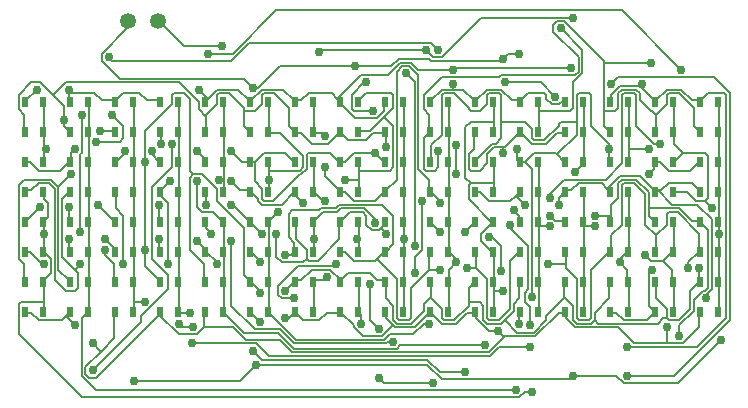
<source format=gbr>
G04 EAGLE Gerber RS-274X export*
G75*
%MOMM*%
%FSLAX34Y34*%
%LPD*%
%INBottom Copper*%
%IPPOS*%
%AMOC8*
5,1,8,0,0,1.08239X$1,22.5*%
G01*
G04 Define Apertures*
%ADD10R,0.611800X0.911800*%
%ADD11C,1.348000*%
%ADD12C,0.152400*%
%ADD13C,0.756400*%
D10*
X947300Y393700D03*
X932300Y393700D03*
X566300Y266700D03*
X551300Y266700D03*
X528200Y266700D03*
X513200Y266700D03*
X490100Y266700D03*
X475100Y266700D03*
X1061600Y241300D03*
X1046600Y241300D03*
X1023500Y241300D03*
X1008500Y241300D03*
X985400Y241300D03*
X970400Y241300D03*
X947300Y241300D03*
X932300Y241300D03*
X909200Y241300D03*
X894200Y241300D03*
X871100Y241300D03*
X856100Y241300D03*
X833000Y241300D03*
X818000Y241300D03*
X909200Y393700D03*
X894200Y393700D03*
X794900Y241300D03*
X779900Y241300D03*
X756800Y241300D03*
X741800Y241300D03*
X718700Y241300D03*
X703700Y241300D03*
X680600Y241300D03*
X665600Y241300D03*
X642500Y241300D03*
X627500Y241300D03*
X604400Y241300D03*
X589400Y241300D03*
X566300Y241300D03*
X551300Y241300D03*
X528200Y241300D03*
X513200Y241300D03*
X490100Y241300D03*
X475100Y241300D03*
X1061600Y215900D03*
X1046600Y215900D03*
X871100Y393700D03*
X856100Y393700D03*
X1023500Y215900D03*
X1008500Y215900D03*
X985400Y215900D03*
X970400Y215900D03*
X947300Y215900D03*
X932300Y215900D03*
X909200Y215900D03*
X894200Y215900D03*
X871100Y215900D03*
X856100Y215900D03*
X833000Y215900D03*
X818000Y215900D03*
X794900Y215900D03*
X779900Y215900D03*
X756800Y215900D03*
X741800Y215900D03*
X718700Y215900D03*
X703700Y215900D03*
X680600Y215900D03*
X665600Y215900D03*
X833000Y393700D03*
X818000Y393700D03*
X642500Y215900D03*
X627500Y215900D03*
X604400Y215900D03*
X589400Y215900D03*
X566300Y215900D03*
X551300Y215900D03*
X528200Y215900D03*
X513200Y215900D03*
X490100Y215900D03*
X475100Y215900D03*
X794900Y393700D03*
X779900Y393700D03*
X756800Y393700D03*
X741800Y393700D03*
X718700Y393700D03*
X703700Y393700D03*
X680600Y393700D03*
X665600Y393700D03*
X642500Y393700D03*
X627500Y393700D03*
X604400Y393700D03*
X589400Y393700D03*
X566300Y393700D03*
X551300Y393700D03*
X528200Y393700D03*
X513200Y393700D03*
X490100Y393700D03*
X475100Y393700D03*
X1061600Y368300D03*
X1046600Y368300D03*
X1023500Y368300D03*
X1008500Y368300D03*
X985400Y368300D03*
X970400Y368300D03*
X947300Y368300D03*
X932300Y368300D03*
X909200Y368300D03*
X894200Y368300D03*
X871100Y368300D03*
X856100Y368300D03*
X833000Y368300D03*
X818000Y368300D03*
X1061600Y393700D03*
X1046600Y393700D03*
X794900Y368300D03*
X779900Y368300D03*
X756800Y368300D03*
X741800Y368300D03*
X718700Y368300D03*
X703700Y368300D03*
X680600Y368300D03*
X665600Y368300D03*
X642500Y368300D03*
X627500Y368300D03*
X604400Y368300D03*
X589400Y368300D03*
X566300Y368300D03*
X551300Y368300D03*
X528200Y368300D03*
X513200Y368300D03*
X490100Y368300D03*
X475100Y368300D03*
X1061600Y342900D03*
X1046600Y342900D03*
X1023500Y342900D03*
X1008500Y342900D03*
X985400Y342900D03*
X970400Y342900D03*
X947300Y342900D03*
X932300Y342900D03*
X909200Y342900D03*
X894200Y342900D03*
X871100Y342900D03*
X856100Y342900D03*
X833000Y342900D03*
X818000Y342900D03*
X794900Y342900D03*
X779900Y342900D03*
X756800Y342900D03*
X741800Y342900D03*
X718700Y342900D03*
X703700Y342900D03*
X680600Y342900D03*
X665600Y342900D03*
X642500Y342900D03*
X627500Y342900D03*
X604400Y342900D03*
X589400Y342900D03*
X566300Y342900D03*
X551300Y342900D03*
X528200Y342900D03*
X513200Y342900D03*
X490100Y342900D03*
X475100Y342900D03*
X1061600Y317500D03*
X1046600Y317500D03*
X1023500Y317500D03*
X1008500Y317500D03*
X985400Y317500D03*
X970400Y317500D03*
X947300Y317500D03*
X932300Y317500D03*
X909200Y317500D03*
X894200Y317500D03*
X871100Y317500D03*
X856100Y317500D03*
X833000Y317500D03*
X818000Y317500D03*
X794900Y317500D03*
X779900Y317500D03*
X756800Y317500D03*
X741800Y317500D03*
X718700Y317500D03*
X703700Y317500D03*
X680600Y317500D03*
X665600Y317500D03*
X642500Y317500D03*
X627500Y317500D03*
X604400Y317500D03*
X589400Y317500D03*
X566300Y317500D03*
X551300Y317500D03*
X528200Y317500D03*
X513200Y317500D03*
X490100Y317500D03*
X475100Y317500D03*
X1061600Y292100D03*
X1046600Y292100D03*
X1023500Y292100D03*
X1008500Y292100D03*
X985400Y292100D03*
X970400Y292100D03*
X947300Y292100D03*
X932300Y292100D03*
X909200Y292100D03*
X894200Y292100D03*
X871100Y292100D03*
X856100Y292100D03*
X833000Y292100D03*
X818000Y292100D03*
X794900Y292100D03*
X779900Y292100D03*
X756800Y292100D03*
X741800Y292100D03*
X1023500Y393700D03*
X1008500Y393700D03*
X718700Y292100D03*
X703700Y292100D03*
X680600Y292100D03*
X665600Y292100D03*
X642500Y292100D03*
X627500Y292100D03*
X604400Y292100D03*
X589400Y292100D03*
X566300Y292100D03*
X551300Y292100D03*
X528200Y292100D03*
X513200Y292100D03*
X490100Y292100D03*
X475100Y292100D03*
X1061600Y266700D03*
X1046600Y266700D03*
X1023500Y266700D03*
X1008500Y266700D03*
X985400Y266700D03*
X970400Y266700D03*
X985400Y393700D03*
X970400Y393700D03*
X947300Y266700D03*
X932300Y266700D03*
X909200Y266700D03*
X894200Y266700D03*
X871100Y266700D03*
X856100Y266700D03*
X833000Y266700D03*
X818000Y266700D03*
X794900Y266700D03*
X779900Y266700D03*
X756800Y266700D03*
X741800Y266700D03*
X718700Y266700D03*
X703700Y266700D03*
X680600Y266700D03*
X665600Y266700D03*
X642500Y266700D03*
X627500Y266700D03*
X604400Y266700D03*
X589400Y266700D03*
D11*
X586900Y461900D03*
X561900Y461900D03*
D12*
X804672Y262128D02*
X804672Y248412D01*
X804672Y262128D02*
X810768Y268224D01*
X810768Y309372D01*
X883920Y434340D02*
X893064Y434340D01*
X883920Y434340D02*
X879348Y429768D01*
X784860Y423672D02*
X754380Y423672D01*
X784860Y423672D02*
X790956Y429768D01*
X816864Y429768D01*
X818388Y428244D01*
X877824Y428244D01*
X879348Y429768D01*
X672084Y405384D02*
X667512Y405384D01*
X672084Y405384D02*
X690372Y423672D01*
X754380Y423672D01*
X560832Y455676D02*
X560832Y461772D01*
X560832Y455676D02*
X539496Y434340D01*
X539496Y428244D01*
X554736Y413004D01*
X659892Y413004D01*
X667512Y405384D01*
X561900Y461900D02*
X560832Y461772D01*
X839724Y356616D02*
X839724Y332232D01*
X938784Y161544D02*
X975360Y161544D01*
X981456Y155448D01*
X1027176Y155448D01*
X1063752Y192024D01*
X815340Y170688D02*
X670560Y170688D01*
X815340Y170688D02*
X827532Y158496D01*
X935736Y158496D01*
X938784Y161544D01*
X656844Y156972D02*
X566928Y156972D01*
X656844Y156972D02*
X670560Y170688D01*
D13*
X804672Y248412D03*
X810768Y309372D03*
X893064Y434340D03*
X879348Y429768D03*
X754380Y423672D03*
X667512Y405384D03*
X839724Y332232D03*
X839724Y356616D03*
X938784Y161544D03*
X1063752Y192024D03*
X670560Y170688D03*
X566928Y156972D03*
D12*
X804672Y271272D02*
X804672Y409956D01*
X797052Y417576D01*
D13*
X804672Y271272D03*
X797052Y417576D03*
D12*
X818388Y443484D02*
X824484Y437388D01*
X818388Y443484D02*
X664464Y443484D01*
X649224Y428244D01*
X548640Y428244D01*
X545592Y431292D01*
D13*
X824484Y437388D03*
X545592Y431292D03*
D12*
X781812Y190500D02*
X786384Y190500D01*
X781812Y190500D02*
X780288Y188976D01*
X702564Y188976D01*
X690372Y201168D01*
X669036Y201168D01*
X649224Y220980D01*
X649224Y275844D01*
X521208Y283464D02*
X521208Y348996D01*
X522732Y350520D01*
X522732Y382524D01*
D13*
X786384Y190500D03*
X649224Y275844D03*
X521208Y283464D03*
X522732Y382524D03*
D12*
X725424Y437388D02*
X813816Y437388D01*
X725424Y437388D02*
X723900Y435864D01*
X861060Y464820D02*
X938784Y464820D01*
X861060Y464820D02*
X827532Y431292D01*
X819912Y431292D01*
X813816Y437388D01*
D13*
X813816Y437388D03*
X723900Y435864D03*
X938784Y464820D03*
D12*
X702564Y227076D02*
X691896Y227076D01*
X688848Y230124D01*
X688848Y237744D01*
X705612Y254508D01*
X736092Y254508D01*
X737616Y256032D01*
X641604Y440436D02*
X609600Y440436D01*
X588264Y461772D01*
X586900Y461900D01*
D13*
X702564Y227076D03*
X737616Y256032D03*
X641604Y440436D03*
D12*
X617220Y202692D02*
X608076Y202692D01*
X605028Y205740D01*
D13*
X617220Y202692D03*
X605028Y205740D03*
D12*
X598932Y338328D02*
X598932Y358140D01*
X598932Y338328D02*
X582168Y321564D01*
X582168Y260604D01*
X595884Y246888D01*
X595884Y234696D01*
X573024Y211836D01*
X573024Y207264D01*
X531876Y166116D01*
D13*
X598932Y358140D03*
X531876Y166116D03*
D12*
X984504Y161544D02*
X1024128Y161544D01*
X1071372Y208788D01*
X1071372Y400812D01*
X1057656Y414528D01*
X976884Y414528D01*
X970788Y408432D01*
X769620Y385572D02*
X752856Y385572D01*
X751332Y387096D01*
X751332Y399288D01*
X762000Y409956D01*
X763524Y409956D01*
D13*
X984504Y161544D03*
X970788Y408432D03*
X769620Y385572D03*
X763524Y409956D03*
D12*
X880872Y409956D02*
X911352Y409956D01*
X923544Y397764D01*
D13*
X880872Y409956D03*
X923544Y397764D03*
D12*
X1007364Y358140D02*
X1011936Y358140D01*
X1007364Y358140D02*
X992124Y373380D01*
X992124Y399288D01*
X990600Y400812D01*
X981456Y400812D01*
X979932Y399288D01*
X979932Y341376D01*
X966216Y327660D01*
X931164Y327660D01*
X918972Y315468D01*
X918972Y312420D01*
D13*
X1011936Y358140D03*
X918972Y312420D03*
D12*
X650748Y434340D02*
X629412Y434340D01*
X650748Y434340D02*
X687324Y470916D01*
X979932Y470916D01*
X1030224Y420624D01*
D13*
X629412Y434340D03*
X1030224Y420624D03*
D12*
X557784Y373380D02*
X548640Y382524D01*
X557784Y373380D02*
X557784Y362712D01*
X554736Y359664D01*
X534924Y359664D01*
D13*
X548640Y382524D03*
X534924Y359664D03*
D12*
X970788Y394716D02*
X970788Y399288D01*
X978408Y406908D01*
X995172Y406908D01*
X1007364Y394716D01*
X970788Y394716D02*
X970400Y393700D01*
X1007364Y394716D02*
X1008500Y393700D01*
X1039368Y394716D02*
X1045464Y394716D01*
X1039368Y394716D02*
X1030224Y403860D01*
X1018032Y403860D01*
X1008888Y394716D01*
X1045464Y394716D02*
X1046600Y393700D01*
X1008888Y394716D02*
X1008500Y393700D01*
X984504Y185928D02*
X1043940Y185928D01*
X1068324Y210312D01*
X1068324Y399288D01*
X1066800Y400812D01*
X1053084Y400812D01*
X1046988Y394716D01*
X1046600Y393700D01*
X484632Y403860D02*
X475488Y394716D01*
X512064Y394716D02*
X512064Y400812D01*
X475488Y394716D02*
X475100Y393700D01*
X512064Y394716D02*
X513200Y393700D01*
X539496Y394716D02*
X550164Y394716D01*
X539496Y394716D02*
X533400Y400812D01*
X512064Y400812D01*
X550164Y394716D02*
X551300Y393700D01*
X512064Y400812D02*
X512064Y403860D01*
X577596Y394716D02*
X588264Y394716D01*
X577596Y394716D02*
X571500Y400812D01*
X557784Y400812D01*
X551688Y394716D01*
X588264Y394716D02*
X589400Y393700D01*
X551688Y394716D02*
X551300Y393700D01*
X818388Y394716D02*
X827532Y403860D01*
X836676Y403860D02*
X845820Y403860D01*
X836676Y403860D02*
X827532Y403860D01*
X845820Y403860D02*
X854964Y394716D01*
X818388Y394716D02*
X818000Y393700D01*
X854964Y394716D02*
X856100Y393700D01*
X886968Y394716D02*
X893064Y394716D01*
X886968Y394716D02*
X877824Y403860D01*
X865632Y403860D01*
X856488Y394716D01*
X893064Y394716D02*
X894200Y393700D01*
X856488Y394716D02*
X856100Y393700D01*
X928116Y393192D02*
X931164Y393192D01*
X928116Y393192D02*
X926592Y391668D01*
X920496Y391668D01*
X915924Y396240D01*
X915924Y399288D01*
X914400Y400812D01*
X900684Y400812D01*
X894588Y394716D01*
X931164Y393192D02*
X932300Y393700D01*
X894588Y394716D02*
X894200Y393700D01*
X637032Y403860D02*
X629412Y396240D01*
X627888Y394716D01*
X637032Y403860D02*
X655320Y403860D01*
X664464Y394716D01*
X627888Y394716D02*
X627500Y393700D01*
X664464Y394716D02*
X665600Y393700D01*
X704088Y394716D02*
X708660Y394716D01*
X714756Y400812D01*
X734568Y400812D01*
X739140Y396240D02*
X740664Y394716D01*
X739140Y396240D02*
X734568Y400812D01*
X704088Y394716D02*
X703700Y393700D01*
X740664Y394716D02*
X741800Y393700D01*
X778764Y393192D02*
X778764Y385572D01*
X772668Y379476D01*
X754380Y379476D01*
X740664Y393192D01*
X778764Y393192D02*
X779900Y393700D01*
X741800Y393700D02*
X740664Y393192D01*
X675132Y403860D02*
X665988Y394716D01*
X675132Y403860D02*
X693420Y403860D01*
X702564Y394716D01*
X665988Y394716D02*
X665600Y393700D01*
X702564Y394716D02*
X703700Y393700D01*
X836676Y403860D02*
X836676Y408432D01*
X836676Y420624D02*
X807720Y420624D01*
X801624Y426720D01*
X792480Y426720D01*
X781812Y416052D01*
X758952Y416052D01*
X739140Y396240D01*
X741800Y393700D01*
X629412Y396240D02*
X621792Y403860D01*
X629412Y396240D02*
X627500Y393700D01*
X995172Y406908D02*
X996696Y408432D01*
X937260Y422148D02*
X838200Y422148D01*
X836676Y420624D01*
D13*
X984504Y185928D03*
X484632Y403860D03*
X512064Y403860D03*
X836676Y408432D03*
X836676Y420624D03*
X621792Y403860D03*
X996696Y408432D03*
X937260Y422148D03*
D12*
X473964Y382524D02*
X473964Y368808D01*
X473964Y382524D02*
X469392Y387096D01*
X469392Y399288D01*
X480060Y409956D01*
X487680Y409956D01*
X498348Y399288D02*
X507492Y390144D01*
X498348Y399288D02*
X487680Y409956D01*
X507492Y377952D02*
X507492Y373380D01*
X507492Y377952D02*
X507492Y390144D01*
X507492Y373380D02*
X512064Y368808D01*
X475100Y368300D02*
X473964Y368808D01*
X512064Y368808D02*
X513200Y368300D01*
X537972Y368808D02*
X550164Y368808D01*
X551300Y368300D01*
X589788Y367284D02*
X589788Y358140D01*
X589788Y367284D02*
X589400Y368300D01*
X854964Y367284D02*
X854964Y353568D01*
X850392Y348996D01*
X850392Y336804D01*
X851916Y335280D01*
X859536Y335280D01*
X865632Y341376D01*
X865632Y348996D01*
X871728Y355092D01*
X879348Y355092D02*
X880872Y355092D01*
X879348Y355092D02*
X871728Y355092D01*
X880872Y355092D02*
X893064Y367284D01*
X856100Y368300D02*
X854964Y367284D01*
X893064Y367284D02*
X894200Y368300D01*
X925068Y367284D02*
X931164Y367284D01*
X925068Y367284D02*
X915924Y358140D01*
X903732Y358140D01*
X894588Y367284D01*
X931164Y367284D02*
X932300Y368300D01*
X894588Y367284D02*
X894200Y368300D01*
X627888Y381000D02*
X627888Y382524D01*
X627888Y381000D02*
X627888Y368808D01*
X627888Y382524D02*
X637032Y391668D01*
X637032Y399288D01*
X638556Y400812D01*
X647700Y400812D01*
X659892Y388620D01*
X659892Y385572D02*
X659892Y373380D01*
X659892Y385572D02*
X659892Y388620D01*
X659892Y373380D02*
X664464Y368808D01*
X627888Y368808D02*
X627500Y368300D01*
X664464Y368808D02*
X665600Y368300D01*
X704088Y367284D02*
X708660Y367284D01*
X717804Y358140D01*
X731520Y358140D01*
X740664Y367284D01*
X704088Y367284D02*
X703700Y368300D01*
X740664Y367284D02*
X741800Y368300D01*
X769620Y367284D02*
X778764Y367284D01*
X769620Y367284D02*
X763524Y361188D01*
X748284Y361188D01*
X742188Y367284D01*
X778764Y367284D02*
X779900Y368300D01*
X742188Y367284D02*
X741800Y368300D01*
X669036Y385572D02*
X659892Y385572D01*
X669036Y385572D02*
X675132Y391668D01*
X675132Y399288D01*
X676656Y400812D01*
X685800Y400812D01*
X697992Y388620D01*
X697992Y373380D01*
X702564Y368808D01*
X703700Y368300D01*
X879348Y355092D02*
X879348Y350520D01*
X780288Y355092D02*
X780288Y367284D01*
X779900Y368300D01*
X509016Y409956D02*
X498348Y399288D01*
X509016Y409956D02*
X605028Y409956D01*
X621792Y393192D01*
X621792Y387096D01*
X627888Y381000D01*
X1008888Y382524D02*
X1008888Y368808D01*
X1008888Y382524D02*
X1018032Y391668D01*
X1018032Y399288D01*
X1019556Y400812D01*
X1028700Y400812D01*
X1040892Y388620D01*
X1040892Y373380D01*
X1045464Y368808D01*
X1008888Y368808D02*
X1008500Y368300D01*
X1045464Y368808D02*
X1046600Y368300D01*
X816864Y368808D02*
X816864Y382524D01*
X812292Y387096D01*
X812292Y399288D01*
X827532Y414528D01*
X876300Y414528D01*
X877824Y416052D01*
X940308Y416052D01*
X943356Y419100D01*
X943356Y431292D01*
X922020Y452628D01*
X922020Y458724D01*
X925068Y461772D01*
X931164Y461772D01*
X964692Y428244D01*
X964692Y385572D02*
X964692Y373380D01*
X964692Y385572D02*
X964692Y426720D01*
X964692Y428244D01*
X964692Y373380D02*
X969264Y368808D01*
X818000Y368300D02*
X816864Y368808D01*
X969264Y368808D02*
X970400Y368300D01*
X964692Y426720D02*
X1004316Y426720D01*
X1005840Y385572D02*
X1008888Y382524D01*
X1005840Y385572D02*
X1004316Y385572D01*
X995172Y394716D01*
X995172Y400812D01*
X992124Y403860D01*
X979932Y403860D01*
X976884Y400812D01*
X976884Y388620D01*
X973836Y385572D01*
X964692Y385572D01*
X824484Y352044D02*
X824484Y338328D01*
X821436Y335280D01*
X813816Y335280D01*
X812292Y336804D01*
X812292Y362712D01*
X816864Y367284D01*
X818000Y368300D01*
D13*
X537972Y368808D03*
X507492Y377952D03*
X589788Y358140D03*
X879348Y350520D03*
X780288Y355092D03*
X1004316Y426720D03*
X824484Y352044D03*
D12*
X669036Y342900D02*
X665600Y342900D01*
X669036Y342900D02*
X676656Y350520D01*
X694944Y350520D01*
X702564Y342900D01*
X703700Y342900D01*
X741800Y342900D02*
X745236Y342900D01*
X752856Y350520D01*
X771144Y350520D01*
X778764Y342900D01*
X779900Y342900D01*
X669036Y342900D02*
X669036Y326136D01*
X675132Y320040D01*
X675132Y310896D01*
X676656Y309372D01*
X684276Y309372D01*
X707136Y332232D01*
X708660Y332232D01*
X713232Y336804D01*
X713232Y348996D01*
X714756Y350520D01*
X733044Y350520D01*
X740664Y342900D01*
X741800Y342900D01*
X478536Y342900D02*
X475100Y342900D01*
X478536Y342900D02*
X486156Y335280D01*
X504444Y335280D01*
X512064Y342900D01*
X513200Y342900D01*
X551688Y342900D02*
X559308Y350520D01*
X559308Y352044D01*
X582168Y352044D02*
X582168Y348996D01*
X588264Y342900D01*
X551688Y342900D02*
X551300Y342900D01*
X588264Y342900D02*
X589400Y342900D01*
X626364Y342900D02*
X626364Y345948D01*
X620268Y352044D01*
X626364Y342900D02*
X627500Y342900D01*
X513588Y342900D02*
X513588Y350520D01*
X516636Y353568D01*
X513588Y342900D02*
X513200Y342900D01*
X658368Y342900D02*
X665600Y342900D01*
X658368Y342900D02*
X649224Y352044D01*
X818388Y356616D02*
X818388Y342900D01*
X818388Y356616D02*
X827532Y365760D01*
X827532Y399288D01*
X829056Y400812D01*
X838200Y400812D01*
X850392Y388620D01*
X850392Y387096D01*
X851916Y385572D01*
X859536Y385572D01*
X865632Y391668D01*
X865632Y399288D01*
X867156Y400812D01*
X876300Y400812D01*
X877824Y399288D01*
X877824Y376428D02*
X877824Y362712D01*
X877824Y376428D02*
X877824Y399288D01*
X877824Y362712D02*
X873252Y358140D01*
X870204Y358140D01*
X854964Y342900D01*
X818388Y342900D02*
X818000Y342900D01*
X854964Y342900D02*
X856100Y342900D01*
X1008500Y342900D02*
X1011936Y342900D01*
X1019556Y335280D01*
X1037844Y335280D01*
X1045464Y342900D01*
X1046600Y342900D01*
X897636Y342900D02*
X894200Y342900D01*
X897636Y342900D02*
X905256Y350520D01*
X923544Y350520D01*
X925068Y348996D02*
X931164Y342900D01*
X925068Y348996D02*
X923544Y350520D01*
X931164Y342900D02*
X932300Y342900D01*
X969264Y353568D02*
X969264Y358140D01*
X969264Y353568D02*
X969264Y342900D01*
X969264Y358140D02*
X954024Y373380D01*
X954024Y399288D01*
X952500Y400812D01*
X943356Y400812D01*
X941832Y399288D01*
X941832Y376428D02*
X941832Y365760D01*
X941832Y376428D02*
X941832Y399288D01*
X941832Y365760D02*
X925068Y348996D01*
X969264Y342900D02*
X970400Y342900D01*
X903732Y336804D02*
X903732Y228600D01*
X903732Y336804D02*
X897636Y342900D01*
X1007364Y342900D02*
X1007364Y336804D01*
X1002792Y332232D01*
X1007364Y342900D02*
X1008500Y342900D01*
X897636Y376428D02*
X877824Y376428D01*
X897636Y376428D02*
X903732Y370332D01*
X903732Y362712D01*
X905256Y361188D01*
X914400Y361188D01*
X926592Y373380D01*
X926592Y374904D01*
X928116Y376428D01*
X941832Y376428D01*
X891540Y353568D02*
X891540Y344424D01*
X893064Y342900D01*
X894200Y342900D01*
D13*
X559308Y352044D03*
X582168Y352044D03*
X620268Y352044D03*
X516636Y353568D03*
X649224Y352044D03*
X903732Y228600D03*
X1002792Y332232D03*
X969264Y353568D03*
X771144Y350520D03*
X891540Y353568D03*
D12*
X672084Y310896D02*
X665988Y316992D01*
X672084Y310896D02*
X672084Y309372D01*
X675132Y306324D01*
X691896Y306324D01*
X702564Y316992D01*
X665988Y316992D02*
X665600Y317500D01*
X702564Y316992D02*
X703700Y317500D01*
X480060Y318516D02*
X475488Y318516D01*
X480060Y318516D02*
X486156Y324612D01*
X495300Y324612D01*
X499872Y320040D01*
X499872Y242316D01*
X509016Y233172D01*
X516636Y233172D01*
X519684Y236220D01*
X519684Y248412D01*
X516636Y251460D02*
X505968Y262128D01*
X516636Y251460D02*
X519684Y248412D01*
X505968Y262128D02*
X505968Y310896D01*
X512064Y316992D01*
X475488Y318516D02*
X475100Y317500D01*
X512064Y316992D02*
X513200Y317500D01*
X551688Y316992D02*
X551688Y303276D01*
X557784Y297180D01*
X557784Y256032D01*
X521208Y256032D02*
X516636Y251460D01*
X551688Y316992D02*
X551300Y317500D01*
X589788Y316992D02*
X589788Y313944D01*
X595884Y307848D01*
X595884Y256032D01*
X589788Y316992D02*
X589400Y317500D01*
X627888Y316992D02*
X627888Y306324D01*
X597408Y326136D02*
X589788Y318516D01*
X627500Y317500D02*
X627888Y316992D01*
X589788Y318516D02*
X589400Y317500D01*
X656844Y318516D02*
X664464Y318516D01*
X656844Y318516D02*
X649224Y326136D01*
X664464Y318516D02*
X665600Y317500D01*
X742188Y316992D02*
X745236Y316992D01*
X752856Y309372D01*
X771144Y309372D01*
X778764Y316992D01*
X742188Y316992D02*
X741800Y317500D01*
X778764Y316992D02*
X779900Y317500D01*
X816864Y318516D02*
X816864Y327660D01*
X807720Y336804D01*
X807720Y416052D01*
X800100Y423672D01*
X794004Y423672D01*
X789432Y419100D01*
X789432Y327660D01*
X780288Y318516D01*
X816864Y318516D02*
X818000Y317500D01*
X780288Y318516D02*
X779900Y317500D01*
X856488Y316992D02*
X859536Y316992D01*
X867156Y309372D01*
X885444Y309372D01*
X890016Y313944D02*
X893064Y316992D01*
X890016Y313944D02*
X885444Y309372D01*
X856488Y316992D02*
X856100Y317500D01*
X893064Y316992D02*
X894200Y317500D01*
X932688Y318516D02*
X937260Y318516D01*
X943356Y324612D01*
X963168Y324612D01*
X967740Y320040D02*
X969264Y318516D01*
X967740Y320040D02*
X963168Y324612D01*
X932688Y318516D02*
X932300Y317500D01*
X969264Y318516D02*
X970400Y317500D01*
X1010412Y318516D02*
X1013460Y318516D01*
X1010412Y318516D02*
X1008888Y318516D01*
X1013460Y318516D02*
X1019556Y324612D01*
X1039368Y324612D01*
X1045464Y318516D01*
X1008888Y318516D02*
X1008500Y317500D01*
X1045464Y318516D02*
X1046600Y317500D01*
X1051560Y230124D02*
X1051560Y227076D01*
X1051560Y230124D02*
X1056132Y234696D01*
X1056132Y294132D01*
X1043940Y306324D01*
X1022604Y306324D01*
X1010412Y318516D01*
X1008500Y317500D01*
X978408Y330708D02*
X967740Y320040D01*
X978408Y330708D02*
X995172Y330708D01*
X1007364Y318516D01*
X970400Y317500D02*
X967740Y320040D01*
X1007364Y318516D02*
X1008500Y317500D01*
X897636Y306324D02*
X890016Y313944D01*
X926592Y312420D02*
X926592Y306324D01*
X926592Y312420D02*
X931164Y316992D01*
X932300Y317500D01*
X826008Y309372D02*
X818388Y316992D01*
X826008Y309372D02*
X826008Y307848D01*
X818388Y316992D02*
X818000Y317500D01*
X704088Y316992D02*
X704088Y313944D01*
X710184Y307848D01*
X728472Y330708D02*
X728472Y338328D01*
X728472Y330708D02*
X740664Y318516D01*
X704088Y316992D02*
X703700Y317500D01*
X740664Y318516D02*
X741800Y317500D01*
D13*
X557784Y256032D03*
X521208Y256032D03*
X595884Y256032D03*
X627888Y306324D03*
X597408Y326136D03*
X649224Y326136D03*
X1051560Y227076D03*
X897636Y306324D03*
X926592Y306324D03*
X826008Y307848D03*
X710184Y307848D03*
X728472Y338328D03*
D12*
X487680Y304800D02*
X475488Y292608D01*
X512064Y292608D02*
X512064Y304800D01*
X475488Y292608D02*
X475100Y292100D01*
X512064Y292608D02*
X513200Y292100D01*
X536448Y306324D02*
X550164Y292608D01*
X551300Y292100D01*
X588264Y292608D02*
X588264Y306324D01*
X588264Y292608D02*
X589400Y292100D01*
X627888Y291084D02*
X627888Y286512D01*
X632460Y281940D01*
X627888Y291084D02*
X627500Y292100D01*
X650748Y306324D02*
X664464Y292608D01*
X650748Y306324D02*
X649224Y306324D01*
X664464Y292608D02*
X665600Y292100D01*
X970788Y297180D02*
X970788Y306324D01*
X970788Y297180D02*
X970788Y292608D01*
X970788Y306324D02*
X976884Y312420D01*
X976884Y324612D01*
X979932Y327660D01*
X992124Y327660D01*
X1002792Y316992D01*
X1002792Y303276D02*
X1002792Y297180D01*
X1002792Y303276D02*
X1002792Y316992D01*
X1002792Y297180D02*
X1007364Y292608D01*
X970788Y292608D02*
X970400Y292100D01*
X1007364Y292608D02*
X1008500Y292100D01*
X1039368Y292608D02*
X1045464Y292608D01*
X1039368Y292608D02*
X1028700Y303276D01*
X1002792Y303276D01*
X1045464Y292608D02*
X1046600Y292100D01*
X1028700Y204216D02*
X1028700Y195072D01*
X1028700Y204216D02*
X1040892Y216408D01*
X1040892Y225552D01*
X1048512Y233172D01*
X1050036Y233172D01*
X1053084Y236220D01*
X1053084Y284988D01*
X1046988Y291084D01*
X1046600Y292100D01*
X704088Y291084D02*
X704088Y277368D01*
X713232Y268224D01*
X713232Y260604D01*
X714756Y259080D01*
X722376Y259080D01*
X740664Y277368D01*
X740664Y291084D01*
X704088Y291084D02*
X703700Y292100D01*
X740664Y291084D02*
X741800Y292100D01*
X778764Y291084D02*
X778764Y289560D01*
X775716Y286512D02*
X774192Y284988D01*
X775716Y286512D02*
X778764Y289560D01*
X774192Y284988D02*
X768096Y284988D01*
X763524Y289560D01*
X763524Y297180D01*
X760476Y300228D01*
X749808Y300228D01*
X742188Y292608D01*
X778764Y291084D02*
X779900Y292100D01*
X742188Y292608D02*
X741800Y292100D01*
X818388Y291084D02*
X826008Y283464D01*
X847344Y283464D02*
X854964Y291084D01*
X818388Y291084D02*
X818000Y292100D01*
X854964Y291084D02*
X856100Y292100D01*
X893064Y292608D02*
X893064Y297180D01*
X888492Y301752D01*
X893064Y292608D02*
X894200Y292100D01*
X923544Y292608D02*
X931164Y292608D01*
X923544Y292608D02*
X918972Y297180D01*
X931164Y292608D02*
X932300Y292100D01*
X780288Y281940D02*
X775716Y286512D01*
X957072Y297180D02*
X970788Y297180D01*
X675132Y281940D02*
X665988Y291084D01*
X687324Y281940D02*
X687324Y262128D01*
X691896Y257556D01*
X710184Y257556D01*
X713232Y260604D01*
X665988Y291084D02*
X665600Y292100D01*
D13*
X487680Y304800D03*
X512064Y304800D03*
X536448Y306324D03*
X588264Y306324D03*
X632460Y281940D03*
X649224Y306324D03*
X1028700Y195072D03*
X826008Y283464D03*
X847344Y283464D03*
X888492Y301752D03*
X918972Y297180D03*
X780288Y281940D03*
X957072Y297180D03*
X675132Y281940D03*
X687324Y281940D03*
D12*
X932688Y256032D02*
X932688Y252984D01*
X932688Y256032D02*
X932688Y266700D01*
X932688Y252984D02*
X941832Y243840D01*
X941832Y210312D01*
X943356Y208788D01*
X952500Y208788D01*
X954024Y210312D01*
X954024Y251460D01*
X969264Y266700D01*
X932688Y266700D02*
X932300Y266700D01*
X969264Y266700D02*
X970400Y266700D01*
X1008888Y266700D02*
X1008888Y280416D01*
X1018032Y289560D01*
X1018032Y298704D01*
X1019556Y300228D01*
X1027176Y300228D01*
X1045464Y281940D01*
X1045464Y266700D01*
X1008888Y266700D02*
X1008500Y266700D01*
X1036320Y257556D02*
X1036320Y252984D01*
X1036320Y257556D02*
X1045464Y266700D01*
X1046600Y266700D01*
X970788Y266700D02*
X970788Y280416D01*
X979932Y289560D01*
X979932Y323088D01*
X981456Y324612D01*
X990600Y324612D01*
X999744Y315468D01*
X999744Y289560D01*
X1008888Y280416D01*
X970788Y266700D02*
X970400Y266700D01*
X478536Y266700D02*
X475100Y266700D01*
X478536Y266700D02*
X489204Y256032D01*
X490728Y256032D01*
X512064Y266700D02*
X512064Y277368D01*
X512064Y266700D02*
X513200Y266700D01*
X550164Y266700D02*
X550164Y269748D01*
X542544Y277368D01*
X550164Y266700D02*
X551300Y266700D01*
X588264Y266700D02*
X588264Y277368D01*
X588264Y266700D02*
X589400Y266700D01*
X626364Y266700D02*
X626364Y269748D01*
X620268Y275844D01*
X626364Y266700D02*
X627500Y266700D01*
X856488Y266700D02*
X856488Y252984D01*
X865632Y243840D01*
X865632Y210312D01*
X867156Y208788D01*
X876300Y208788D01*
X885444Y217932D01*
X885444Y259080D01*
X893064Y266700D01*
X856488Y266700D02*
X856100Y266700D01*
X893064Y266700D02*
X894200Y266700D01*
X673608Y259080D02*
X665988Y266700D01*
X673608Y259080D02*
X673608Y257556D01*
X694944Y263652D02*
X699516Y263652D01*
X702564Y266700D01*
X665988Y266700D02*
X665600Y266700D01*
X741800Y266700D02*
X745236Y266700D01*
X752856Y259080D01*
X771144Y259080D01*
X772668Y260604D02*
X778764Y266700D01*
X772668Y260604D02*
X771144Y259080D01*
X778764Y266700D02*
X779900Y266700D01*
X816864Y266700D02*
X816864Y251460D01*
X801624Y236220D01*
X801624Y210312D01*
X800100Y208788D01*
X790956Y208788D01*
X789432Y210312D01*
X789432Y243840D01*
X772668Y260604D01*
X816864Y266700D02*
X818000Y266700D01*
X702564Y266700D02*
X702564Y274320D01*
X697992Y278892D01*
X697992Y298704D01*
X701040Y301752D01*
X723900Y301752D01*
X725424Y303276D01*
X737616Y303276D01*
X740664Y306324D01*
X777240Y306324D01*
X786384Y297180D01*
X786384Y272796D01*
X780288Y266700D01*
X703700Y266700D02*
X702564Y266700D01*
X779900Y266700D02*
X780288Y266700D01*
X848868Y252984D02*
X856488Y252984D01*
X826008Y251460D02*
X816864Y251460D01*
X637032Y257556D02*
X627888Y266700D01*
X637032Y257556D02*
X637032Y256032D01*
X627888Y266700D02*
X627500Y266700D01*
X917448Y256032D02*
X932688Y256032D01*
D13*
X1036320Y252984D03*
X490728Y256032D03*
X512064Y277368D03*
X542544Y277368D03*
X588264Y277368D03*
X620268Y275844D03*
X673608Y257556D03*
X694944Y263652D03*
X848868Y252984D03*
X826008Y251460D03*
X637032Y256032D03*
X917448Y256032D03*
D12*
X473964Y256032D02*
X473964Y242316D01*
X473964Y256032D02*
X469392Y260604D01*
X469392Y323088D01*
X473964Y327660D01*
X496824Y327660D01*
X502920Y321564D01*
X502920Y251460D01*
X512064Y242316D01*
X475100Y241300D02*
X473964Y242316D01*
X512064Y242316D02*
X513200Y241300D01*
X550164Y242316D02*
X550164Y256032D01*
X542544Y263652D01*
X542544Y268224D01*
X576072Y268224D02*
X576072Y254508D01*
X588264Y242316D01*
X551300Y241300D02*
X550164Y242316D01*
X588264Y242316D02*
X589400Y241300D01*
X626364Y242316D02*
X626364Y256032D01*
X614172Y268224D01*
X614172Y329184D01*
X617220Y332232D01*
X624840Y332232D01*
X637032Y320040D01*
X637032Y309372D01*
X659892Y286512D01*
X659892Y246888D01*
X664464Y242316D01*
X627500Y241300D02*
X626364Y242316D01*
X664464Y242316D02*
X665600Y241300D01*
X576072Y342900D02*
X576072Y368808D01*
X576072Y342900D02*
X576072Y268224D01*
X576072Y368808D02*
X598932Y391668D01*
X598932Y399288D01*
X600456Y400812D01*
X609600Y400812D01*
X614172Y396240D01*
X614172Y335280D01*
X617220Y332232D01*
X513588Y332232D02*
X502920Y321564D01*
X1008888Y240792D02*
X1008888Y227076D01*
X1018032Y217932D01*
X1018032Y210312D01*
X1019556Y208788D01*
X1028700Y208788D01*
X1037844Y217932D01*
X1037844Y233172D01*
X1045464Y240792D01*
X1008888Y240792D02*
X1008500Y241300D01*
X1045464Y240792D02*
X1046600Y241300D01*
X1045464Y242316D02*
X1045464Y252984D01*
X1045464Y242316D02*
X1046600Y241300D01*
X708660Y242316D02*
X704088Y242316D01*
X708660Y242316D02*
X717804Y251460D01*
X733044Y251460D01*
X742188Y242316D01*
X704088Y242316D02*
X703700Y241300D01*
X772668Y242316D02*
X778764Y242316D01*
X772668Y242316D02*
X766572Y248412D01*
X748284Y248412D01*
X742188Y242316D01*
X778764Y242316D02*
X779900Y241300D01*
X742188Y242316D02*
X741800Y241300D01*
X818388Y228600D02*
X818388Y227076D01*
X818388Y228600D02*
X818388Y240792D01*
X818388Y227076D02*
X827532Y217932D01*
X827532Y210312D01*
X829056Y208788D01*
X838200Y208788D01*
X850392Y220980D01*
X850392Y224028D02*
X850392Y236220D01*
X850392Y224028D02*
X850392Y220980D01*
X850392Y236220D02*
X854964Y240792D01*
X818388Y240792D02*
X818000Y241300D01*
X854964Y240792D02*
X856100Y241300D01*
X893064Y240792D02*
X893064Y227076D01*
X888492Y222504D01*
X888492Y216408D01*
X880872Y208788D02*
X877824Y205740D01*
X880872Y208788D02*
X888492Y216408D01*
X877824Y205740D02*
X865632Y205740D01*
X862584Y208788D01*
X862584Y220980D01*
X859536Y224028D01*
X850392Y224028D01*
X893064Y240792D02*
X894200Y241300D01*
X931164Y228600D02*
X931164Y227076D01*
X931164Y228600D02*
X931164Y240792D01*
X931164Y227076D02*
X915924Y211836D01*
X915924Y208788D01*
X905256Y198120D01*
X891540Y198120D01*
X880872Y208788D01*
X931164Y240792D02*
X932300Y241300D01*
X969264Y240792D02*
X969264Y227076D01*
X957072Y214884D01*
X957072Y208788D01*
X954024Y205740D01*
X941832Y205740D01*
X938784Y208788D01*
X938784Y220980D01*
X931164Y228600D01*
X969264Y240792D02*
X970400Y241300D01*
X780288Y240792D02*
X780288Y227076D01*
X786384Y220980D01*
X786384Y208788D01*
X789432Y205740D01*
X801624Y205740D01*
X812292Y216408D01*
X812292Y222504D01*
X818388Y228600D01*
X780288Y240792D02*
X779900Y241300D01*
X1014984Y210312D02*
X1018032Y210312D01*
X1014984Y210312D02*
X1010412Y205740D01*
X960120Y205740D01*
X957072Y208788D01*
X673608Y233172D02*
X665988Y240792D01*
X673608Y233172D02*
X673608Y231648D01*
X694944Y233172D02*
X702564Y240792D01*
X665988Y240792D02*
X665600Y241300D01*
X702564Y240792D02*
X703700Y241300D01*
D13*
X542544Y268224D03*
X576072Y268224D03*
X513588Y332232D03*
X576072Y342900D03*
X1045464Y252984D03*
X673608Y231648D03*
X694944Y233172D03*
D12*
X480060Y214884D02*
X475488Y214884D01*
X480060Y214884D02*
X486156Y208788D01*
X505968Y208788D01*
X509016Y211836D02*
X512064Y214884D01*
X509016Y211836D02*
X505968Y208788D01*
X475488Y214884D02*
X475100Y215900D01*
X512064Y214884D02*
X513200Y215900D01*
X550164Y214884D02*
X550164Y193548D01*
X539496Y182880D02*
X525780Y169164D01*
X539496Y182880D02*
X550164Y193548D01*
X525780Y169164D02*
X525780Y163068D01*
X528828Y160020D01*
X534924Y160020D01*
X588264Y213360D02*
X589788Y214884D01*
X588264Y213360D02*
X534924Y160020D01*
X550164Y214884D02*
X551300Y215900D01*
X589400Y215900D02*
X589788Y214884D01*
X626364Y214884D02*
X626364Y202692D01*
X620268Y196596D01*
X605028Y196596D01*
X588264Y213360D01*
X626364Y214884D02*
X627500Y215900D01*
X589400Y215900D02*
X588264Y213360D01*
X516636Y204216D02*
X509016Y211836D01*
X531876Y188976D02*
X537972Y182880D01*
X539496Y182880D01*
X970788Y214884D02*
X975360Y214884D01*
X981456Y208788D01*
X1001268Y208788D01*
X1007364Y214884D01*
X970788Y214884D02*
X970400Y215900D01*
X1007364Y214884D02*
X1008500Y215900D01*
X1002792Y248412D02*
X1005840Y251460D01*
X1002792Y248412D02*
X1002792Y220980D01*
X1007364Y216408D01*
X1008500Y215900D01*
X673608Y207264D02*
X665988Y214884D01*
X694944Y210312D02*
X697992Y210312D01*
X702564Y214884D01*
X665988Y214884D02*
X665600Y215900D01*
X702564Y214884D02*
X703700Y215900D01*
X729996Y214884D02*
X740664Y214884D01*
X729996Y214884D02*
X723900Y208788D01*
X710184Y208788D01*
X704088Y214884D01*
X740664Y214884D02*
X741800Y215900D01*
X704088Y214884D02*
X703700Y215900D01*
X780288Y214884D02*
X780288Y210312D01*
X786384Y204216D02*
X787908Y202692D01*
X786384Y204216D02*
X780288Y210312D01*
X787908Y202692D02*
X804672Y202692D01*
X816864Y214884D01*
X780288Y214884D02*
X779900Y215900D01*
X816864Y214884D02*
X818000Y215900D01*
X848868Y214884D02*
X854964Y214884D01*
X848868Y214884D02*
X839724Y205740D01*
X827532Y205740D01*
X818388Y214884D01*
X854964Y214884D02*
X856100Y215900D01*
X818388Y214884D02*
X818000Y215900D01*
X893064Y214884D02*
X893064Y205740D01*
X874776Y199644D02*
X867156Y199644D01*
X856488Y210312D01*
X856488Y214884D01*
X893064Y214884D02*
X894200Y215900D01*
X856488Y214884D02*
X856100Y215900D01*
X926592Y214884D02*
X931164Y214884D01*
X926592Y214884D02*
X906780Y195072D01*
X880872Y195072D02*
X879348Y195072D01*
X880872Y195072D02*
X906780Y195072D01*
X879348Y195072D02*
X874776Y199644D01*
X931164Y214884D02*
X932300Y215900D01*
X1045464Y214884D02*
X1045464Y202692D01*
X1031748Y188976D01*
X1018032Y188976D02*
X990600Y188976D01*
X1018032Y188976D02*
X1031748Y188976D01*
X990600Y188976D02*
X976884Y202692D01*
X940308Y202692D01*
X932688Y210312D01*
X932688Y214884D01*
X1045464Y214884D02*
X1046600Y215900D01*
X932688Y214884D02*
X932300Y215900D01*
X752856Y204216D02*
X742188Y214884D01*
X752856Y204216D02*
X752856Y202692D01*
X760476Y195072D01*
X777240Y195072D01*
X786384Y204216D01*
X742188Y214884D02*
X741800Y215900D01*
X1018032Y202692D02*
X1018032Y188976D01*
X650748Y202692D02*
X626364Y202692D01*
X650748Y202692D02*
X661416Y192024D01*
X690372Y192024D01*
X701040Y181356D01*
X867156Y181356D01*
X880872Y195072D01*
D13*
X516636Y204216D03*
X531876Y188976D03*
X1005840Y251460D03*
X673608Y207264D03*
X694944Y210312D03*
X893064Y205740D03*
X874776Y199644D03*
X1018032Y202692D03*
D12*
X1062228Y342900D02*
X1062228Y367284D01*
X1061600Y368300D01*
X1062228Y368808D02*
X1062228Y393192D01*
X1061600Y393700D01*
X1062228Y368808D02*
X1061600Y368300D01*
X1062228Y240792D02*
X1062228Y216408D01*
X1061600Y215900D01*
X1062228Y240792D02*
X1061600Y241300D01*
X1062228Y281940D02*
X1062228Y291084D01*
X1062228Y281940D02*
X1062228Y266700D01*
X1062228Y291084D02*
X1061600Y292100D01*
X1062228Y292608D02*
X1062228Y316992D01*
X1061600Y317500D01*
X1062228Y292608D02*
X1061600Y292100D01*
X1062228Y266700D02*
X1062228Y242316D01*
X1061600Y241300D01*
X1061600Y266700D02*
X1062228Y266700D01*
X1062228Y318516D02*
X1062228Y342900D01*
X1061600Y342900D01*
X1062228Y318516D02*
X1061600Y317500D01*
D13*
X1062228Y281940D03*
D12*
X1034796Y316992D02*
X1024128Y316992D01*
X1034796Y316992D02*
X1042416Y309372D01*
X1050036Y309372D01*
X1053084Y312420D01*
X1053084Y347472D01*
X1050036Y350520D01*
X1031748Y350520D01*
X1024128Y342900D01*
X1023500Y317500D02*
X1024128Y316992D01*
X1024128Y342900D02*
X1023500Y342900D01*
X1024128Y358140D02*
X1024128Y367284D01*
X1024128Y358140D02*
X1031748Y350520D01*
X1024128Y367284D02*
X1023500Y368300D01*
X1024128Y368808D02*
X1024128Y393192D01*
X1023500Y393700D01*
X1024128Y368808D02*
X1023500Y368300D01*
X1024128Y240792D02*
X1024128Y216408D01*
X1023500Y215900D01*
X1024128Y240792D02*
X1023500Y241300D01*
X1024128Y266700D02*
X1024128Y291084D01*
X1024128Y266700D02*
X1023500Y266700D01*
X1024128Y291084D02*
X1023500Y292100D01*
X999744Y263652D02*
X1004316Y259080D01*
X1014984Y259080D01*
X1022604Y266700D01*
X1023500Y266700D01*
X1022604Y251460D02*
X1022604Y242316D01*
X1022604Y251460D02*
X1014984Y259080D01*
X1022604Y242316D02*
X1023500Y241300D01*
X1056132Y303276D02*
X1050036Y309372D01*
D13*
X999744Y263652D03*
X1056132Y303276D03*
D12*
X986028Y353568D02*
X986028Y367284D01*
X986028Y353568D02*
X986028Y342900D01*
X985400Y342900D01*
X986028Y367284D02*
X985400Y368300D01*
X986028Y368808D02*
X986028Y393192D01*
X985400Y393700D01*
X986028Y368808D02*
X985400Y368300D01*
X986028Y240792D02*
X986028Y216408D01*
X985400Y215900D01*
X986028Y240792D02*
X985400Y241300D01*
X986028Y266700D02*
X986028Y291084D01*
X986028Y266700D02*
X985400Y266700D01*
X986028Y291084D02*
X985400Y292100D01*
X986028Y292608D02*
X986028Y316992D01*
X985400Y317500D01*
X986028Y292608D02*
X985400Y292100D01*
X978408Y260604D02*
X978408Y257556D01*
X978408Y260604D02*
X984504Y266700D01*
X985400Y266700D01*
X984504Y251460D02*
X984504Y242316D01*
X984504Y251460D02*
X978408Y257556D01*
X984504Y242316D02*
X985400Y241300D01*
X986028Y353568D02*
X1002792Y353568D01*
D13*
X978408Y257556D03*
X1002792Y353568D03*
D12*
X947928Y342900D02*
X947928Y367284D01*
X947928Y342900D02*
X947300Y342900D01*
X947928Y367284D02*
X947300Y368300D01*
X947928Y368808D02*
X947928Y393192D01*
X947300Y393700D01*
X947928Y368808D02*
X947300Y368300D01*
X947928Y240792D02*
X947928Y216408D01*
X947300Y215900D01*
X947928Y240792D02*
X947300Y241300D01*
X947928Y288036D02*
X947928Y291084D01*
X947928Y288036D02*
X947928Y266700D01*
X947928Y291084D02*
X947300Y292100D01*
X947928Y292608D02*
X947928Y316992D01*
X947300Y317500D01*
X947928Y292608D02*
X947300Y292100D01*
X947928Y288036D02*
X957072Y288036D01*
X947928Y288036D02*
X947300Y292100D01*
X947928Y266700D02*
X947928Y242316D01*
X947300Y241300D01*
X947300Y266700D02*
X947928Y266700D01*
X946404Y339852D02*
X946404Y342900D01*
X946404Y339852D02*
X940308Y333756D01*
X946404Y342900D02*
X947300Y342900D01*
D13*
X957072Y288036D03*
X940308Y333756D03*
D12*
X909828Y385572D02*
X909828Y393192D01*
X909828Y385572D02*
X909828Y368808D01*
X909200Y368300D01*
X909828Y393192D02*
X909200Y393700D01*
X909828Y240792D02*
X909828Y216408D01*
X909200Y215900D01*
X909828Y240792D02*
X909200Y241300D01*
X909828Y288036D02*
X909828Y291084D01*
X909828Y288036D02*
X909828Y266700D01*
X909828Y291084D02*
X909200Y292100D01*
X909828Y292608D02*
X909828Y316992D01*
X909200Y317500D01*
X909828Y292608D02*
X909200Y292100D01*
X909828Y318516D02*
X909828Y342900D01*
X909200Y342900D01*
X909828Y318516D02*
X909200Y317500D01*
X909828Y288036D02*
X918972Y288036D01*
X909828Y288036D02*
X909200Y292100D01*
X909828Y266700D02*
X909828Y242316D01*
X909200Y241300D01*
X909200Y266700D02*
X909828Y266700D01*
X909828Y385572D02*
X935736Y385572D01*
X938784Y388620D01*
X938784Y409956D01*
X946404Y417576D01*
X946404Y437388D01*
X928116Y455676D01*
X766572Y239268D02*
X766572Y208788D01*
X774192Y201168D01*
D13*
X918972Y288036D03*
X928116Y455676D03*
X766572Y239268D03*
X774192Y201168D03*
D12*
X871728Y376428D02*
X871728Y393192D01*
X871728Y376428D02*
X871728Y368808D01*
X871100Y368300D01*
X871728Y393192D02*
X871100Y393700D01*
X871728Y342900D02*
X871728Y324612D01*
X871728Y318516D01*
X871100Y317500D01*
X871100Y342900D02*
X871728Y342900D01*
X871728Y240792D02*
X871728Y233172D01*
X871728Y216408D01*
X871100Y215900D01*
X871728Y240792D02*
X871100Y241300D01*
X871728Y242316D02*
X871728Y266700D01*
X871100Y266700D01*
X871728Y242316D02*
X871100Y241300D01*
X861060Y281940D02*
X870204Y291084D01*
X861060Y281940D02*
X861060Y275844D01*
X870204Y266700D01*
X871100Y266700D01*
X871728Y233172D02*
X879348Y233172D01*
X871728Y324612D02*
X851916Y324612D01*
X850392Y323088D01*
X850392Y310896D01*
X870204Y291084D01*
X871100Y292100D01*
X871728Y376428D02*
X851916Y376428D01*
X847344Y371856D01*
X847344Y329184D01*
X851916Y324612D01*
D13*
X879348Y233172D03*
D12*
X833628Y342900D02*
X833628Y367284D01*
X833000Y368300D01*
X833628Y368808D02*
X833628Y393192D01*
X833000Y393700D01*
X833628Y368808D02*
X833000Y368300D01*
X833628Y240792D02*
X833628Y216408D01*
X833000Y215900D01*
X833628Y240792D02*
X833000Y241300D01*
X833628Y266700D02*
X833628Y291084D01*
X833000Y292100D01*
X833628Y292608D02*
X833628Y316992D01*
X833000Y317500D01*
X833628Y292608D02*
X833000Y292100D01*
X839724Y260604D02*
X839724Y257556D01*
X839724Y260604D02*
X833628Y266700D01*
X833000Y266700D01*
X833628Y251460D02*
X833628Y242316D01*
X833628Y251460D02*
X839724Y257556D01*
X833628Y242316D02*
X833000Y241300D01*
X833628Y318516D02*
X833628Y342900D01*
X833000Y342900D01*
X833628Y318516D02*
X833000Y317500D01*
D13*
X839724Y257556D03*
D12*
X795528Y342900D02*
X795528Y367284D01*
X794900Y368300D01*
X795528Y368808D02*
X795528Y393192D01*
X794900Y393700D01*
X795528Y368808D02*
X794900Y368300D01*
X795528Y240792D02*
X795528Y216408D01*
X794900Y215900D01*
X795528Y240792D02*
X794900Y241300D01*
X795528Y277368D02*
X795528Y291084D01*
X795528Y277368D02*
X795528Y266700D01*
X795528Y291084D02*
X794900Y292100D01*
X795528Y292608D02*
X795528Y316992D01*
X794900Y317500D01*
X795528Y292608D02*
X794900Y292100D01*
X795528Y266700D02*
X795528Y242316D01*
X794900Y241300D01*
X794900Y266700D02*
X795528Y266700D01*
X795528Y318516D02*
X795528Y342900D01*
X794900Y342900D01*
X795528Y318516D02*
X794900Y317500D01*
D13*
X795528Y277368D03*
D12*
X757428Y335280D02*
X757428Y342900D01*
X757428Y335280D02*
X757428Y327660D01*
X757428Y318516D01*
X756800Y317500D01*
X756800Y342900D02*
X757428Y342900D01*
X757428Y368808D02*
X766572Y368808D01*
X778764Y381000D02*
X786384Y388620D01*
X778764Y381000D02*
X766572Y368808D01*
X786384Y388620D02*
X786384Y399288D01*
X784860Y400812D01*
X763524Y400812D01*
X757428Y394716D01*
X757428Y368808D02*
X756800Y368300D01*
X756800Y393700D02*
X757428Y394716D01*
X757428Y335280D02*
X783336Y335280D01*
X786384Y338328D01*
X786384Y373380D01*
X778764Y381000D01*
X757428Y291084D02*
X757428Y277368D01*
X757428Y266700D01*
X756800Y266700D01*
X757428Y291084D02*
X756800Y292100D01*
X757428Y240792D02*
X757428Y216408D01*
X756800Y215900D01*
X757428Y240792D02*
X756800Y241300D01*
X885444Y286512D02*
X885444Y289560D01*
X885444Y286512D02*
X900684Y271272D01*
X900684Y234696D01*
X897636Y231648D01*
X897636Y224028D01*
X902208Y219456D01*
X902208Y204216D01*
X819912Y155448D02*
X778764Y155448D01*
X774192Y160020D01*
X758952Y205740D02*
X758952Y213360D01*
X757428Y214884D01*
X756800Y215900D01*
X757428Y277368D02*
X755904Y277368D01*
X757428Y327660D02*
X745236Y327660D01*
D13*
X885444Y289560D03*
X902208Y204216D03*
X819912Y155448D03*
X774192Y160020D03*
X758952Y205740D03*
X755904Y277368D03*
X745236Y327660D03*
D12*
X719328Y368808D02*
X719328Y393192D01*
X719328Y368808D02*
X718700Y368300D01*
X719328Y393192D02*
X718700Y393700D01*
X719328Y342900D02*
X719328Y318516D01*
X718700Y317500D01*
X718700Y342900D02*
X719328Y342900D01*
X719328Y240792D02*
X719328Y216408D01*
X718700Y215900D01*
X719328Y240792D02*
X718700Y241300D01*
X719328Y277368D02*
X719328Y291084D01*
X719328Y277368D02*
X719328Y266700D01*
X718700Y266700D01*
X719328Y291084D02*
X718700Y292100D01*
X771144Y291084D02*
X771144Y294132D01*
X762000Y303276D01*
X742188Y303276D01*
X739140Y300228D01*
X726948Y300228D01*
X719328Y292608D01*
X718700Y292100D01*
X719328Y242316D02*
X726948Y242316D01*
X729996Y245364D01*
X719328Y242316D02*
X718700Y241300D01*
X726948Y309372D02*
X719328Y316992D01*
X726948Y309372D02*
X728472Y309372D01*
X719328Y316992D02*
X718700Y317500D01*
X719328Y367284D02*
X725424Y367284D01*
X728472Y364236D01*
X719328Y367284D02*
X718700Y368300D01*
D13*
X771144Y291084D03*
X729996Y245364D03*
X719328Y277368D03*
X728472Y309372D03*
X728472Y364236D03*
D12*
X681228Y342900D02*
X681228Y335280D01*
X681228Y327660D01*
X681228Y318516D01*
X680600Y317500D01*
X680600Y342900D02*
X681228Y342900D01*
X681228Y368808D02*
X681228Y393192D01*
X681228Y368808D02*
X680600Y368300D01*
X681228Y393192D02*
X680600Y393700D01*
X681228Y335280D02*
X707136Y335280D01*
X710184Y338328D01*
X710184Y347472D01*
X690372Y367284D01*
X681228Y367284D01*
X680600Y368300D01*
X681228Y291084D02*
X681228Y266700D01*
X681228Y291084D02*
X680600Y292100D01*
X681228Y240792D02*
X681228Y216408D01*
X680600Y215900D01*
X681228Y240792D02*
X680600Y241300D01*
X867156Y278892D02*
X870204Y278892D01*
X877824Y271272D01*
X877824Y249936D01*
X816864Y205740D02*
X812292Y205740D01*
X803148Y196596D01*
X783336Y196596D01*
X778764Y192024D01*
X704088Y192024D01*
X681228Y214884D01*
X680600Y215900D01*
X681228Y242316D02*
X681228Y266700D01*
X680600Y266700D01*
X681228Y242316D02*
X680600Y241300D01*
X681228Y292608D02*
X688848Y300228D01*
X681228Y292608D02*
X680600Y292100D01*
D13*
X867156Y278892D03*
X877824Y249936D03*
X816864Y205740D03*
X681228Y327660D03*
X688848Y300228D03*
D12*
X643128Y327660D02*
X643128Y342900D01*
X643128Y327660D02*
X643128Y318516D01*
X642500Y317500D01*
X643128Y368808D02*
X643128Y393192D01*
X643128Y368808D02*
X642500Y368300D01*
X643128Y393192D02*
X642500Y393700D01*
X643128Y367284D02*
X643128Y342900D01*
X642500Y342900D01*
X643128Y367284D02*
X642500Y368300D01*
X643128Y291084D02*
X643128Y266700D01*
X643128Y291084D02*
X642500Y292100D01*
X643128Y240792D02*
X643128Y216408D01*
X642500Y215900D01*
X643128Y240792D02*
X642500Y241300D01*
X792480Y187452D02*
X864108Y187452D01*
X792480Y187452D02*
X789432Y184404D01*
X702564Y184404D01*
X688848Y198120D01*
X659892Y198120D01*
X643128Y214884D01*
X642500Y215900D01*
X643128Y242316D02*
X643128Y266700D01*
X642500Y266700D01*
X643128Y242316D02*
X642500Y241300D01*
X643128Y327660D02*
X638556Y327660D01*
X620268Y326136D02*
X620268Y304800D01*
X624840Y300228D01*
X633984Y300228D01*
X641604Y292608D01*
X642500Y292100D01*
D13*
X864108Y187452D03*
X638556Y327660D03*
X620268Y326136D03*
D12*
X605028Y291084D02*
X605028Y266700D01*
X605028Y291084D02*
X604400Y292100D01*
X605028Y292608D02*
X605028Y316992D01*
X604400Y317500D01*
X605028Y292608D02*
X604400Y292100D01*
X605028Y342900D02*
X605028Y367284D01*
X604400Y368300D01*
X605028Y368808D02*
X605028Y393192D01*
X604400Y393700D01*
X605028Y368808D02*
X604400Y368300D01*
X605028Y342900D02*
X605028Y318516D01*
X604400Y317500D01*
X604400Y342900D02*
X605028Y342900D01*
X605028Y240792D02*
X605028Y216408D01*
X604400Y215900D01*
X605028Y240792D02*
X604400Y241300D01*
X826008Y164592D02*
X847344Y164592D01*
X826008Y164592D02*
X815340Y175260D01*
X675132Y175260D01*
X667512Y182880D01*
X614172Y214884D02*
X605028Y214884D01*
X604400Y215900D01*
X605028Y242316D02*
X605028Y266700D01*
X604400Y266700D01*
X605028Y242316D02*
X604400Y241300D01*
D13*
X847344Y164592D03*
X667512Y182880D03*
X614172Y214884D03*
D12*
X566928Y266700D02*
X566928Y291084D01*
X566300Y292100D01*
X566928Y292608D02*
X566928Y316992D01*
X566300Y317500D01*
X566928Y292608D02*
X566300Y292100D01*
X566928Y342900D02*
X566928Y367284D01*
X566300Y368300D01*
X566928Y368808D02*
X566928Y393192D01*
X566300Y393700D01*
X566928Y368808D02*
X566300Y368300D01*
X566928Y342900D02*
X566928Y318516D01*
X566300Y317500D01*
X566300Y342900D02*
X566928Y342900D01*
X566928Y240792D02*
X566928Y224028D01*
X566928Y216408D01*
X566300Y215900D01*
X566928Y240792D02*
X566300Y241300D01*
X876300Y185928D02*
X902208Y185928D01*
X876300Y185928D02*
X868680Y178308D01*
X681228Y178308D01*
X670560Y188976D01*
X615696Y188976D01*
X576072Y224028D02*
X566928Y224028D01*
X566928Y242316D02*
X566928Y266700D01*
X566300Y266700D01*
X566928Y242316D02*
X566300Y241300D01*
D13*
X902208Y185928D03*
X615696Y188976D03*
X576072Y224028D03*
D12*
X528828Y266700D02*
X528828Y291084D01*
X528200Y292100D01*
X528828Y292608D02*
X528828Y316992D01*
X528200Y317500D01*
X528828Y292608D02*
X528200Y292100D01*
X528828Y342900D02*
X528828Y367284D01*
X528200Y368300D01*
X528828Y368808D02*
X528828Y393192D01*
X528200Y393700D01*
X528828Y368808D02*
X528200Y368300D01*
X528828Y342900D02*
X528828Y318516D01*
X528200Y317500D01*
X528200Y342900D02*
X528828Y342900D01*
X528828Y240792D02*
X528828Y216408D01*
X528200Y215900D01*
X528828Y240792D02*
X528200Y241300D01*
X534924Y149352D02*
X890016Y149352D01*
X534924Y149352D02*
X522732Y161544D01*
X522732Y210312D01*
X527304Y214884D01*
X528200Y215900D01*
X528828Y242316D02*
X528828Y266700D01*
X528200Y266700D01*
X528828Y242316D02*
X528200Y241300D01*
D13*
X890016Y149352D03*
D12*
X490728Y353568D02*
X490728Y367284D01*
X490728Y353568D02*
X490728Y342900D01*
X490100Y342900D01*
X490728Y367284D02*
X490100Y368300D01*
X490728Y368808D02*
X490728Y393192D01*
X490100Y393700D01*
X490728Y368808D02*
X490100Y368300D01*
X490728Y291084D02*
X490728Y281940D01*
X490728Y266700D01*
X490728Y291084D02*
X490100Y292100D01*
X490728Y310896D02*
X490728Y316992D01*
X490728Y310896D02*
X493776Y307848D01*
X493776Y295656D01*
X490728Y292608D01*
X490728Y316992D02*
X490100Y317500D01*
X490728Y292608D02*
X490100Y292100D01*
X490728Y240792D02*
X490728Y224028D01*
X490728Y216408D01*
X490100Y215900D01*
X490728Y240792D02*
X490100Y241300D01*
X897636Y147828D02*
X903732Y147828D01*
X897636Y147828D02*
X893064Y143256D01*
X522732Y143256D01*
X469392Y196596D01*
X469392Y222504D01*
X470916Y224028D01*
X490728Y224028D01*
X496824Y260604D02*
X490728Y266700D01*
X496824Y260604D02*
X496824Y248412D01*
X490728Y242316D01*
X490728Y266700D02*
X490100Y266700D01*
X490728Y242316D02*
X490100Y241300D01*
X490728Y353568D02*
X492252Y353568D01*
D13*
X903732Y147828D03*
X492252Y353568D03*
X490728Y281940D03*
M02*

</source>
